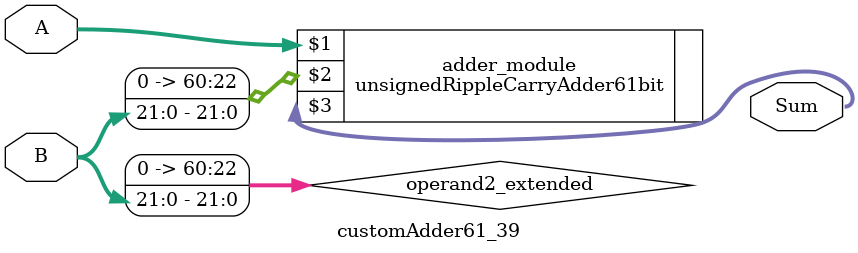
<source format=v>
module customAdder61_39(
                        input [60 : 0] A,
                        input [21 : 0] B,
                        
                        output [61 : 0] Sum
                );

        wire [60 : 0] operand2_extended;
        
        assign operand2_extended =  {39'b0, B};
        
        unsignedRippleCarryAdder61bit adder_module(
            A,
            operand2_extended,
            Sum
        );
        
        endmodule
        
</source>
